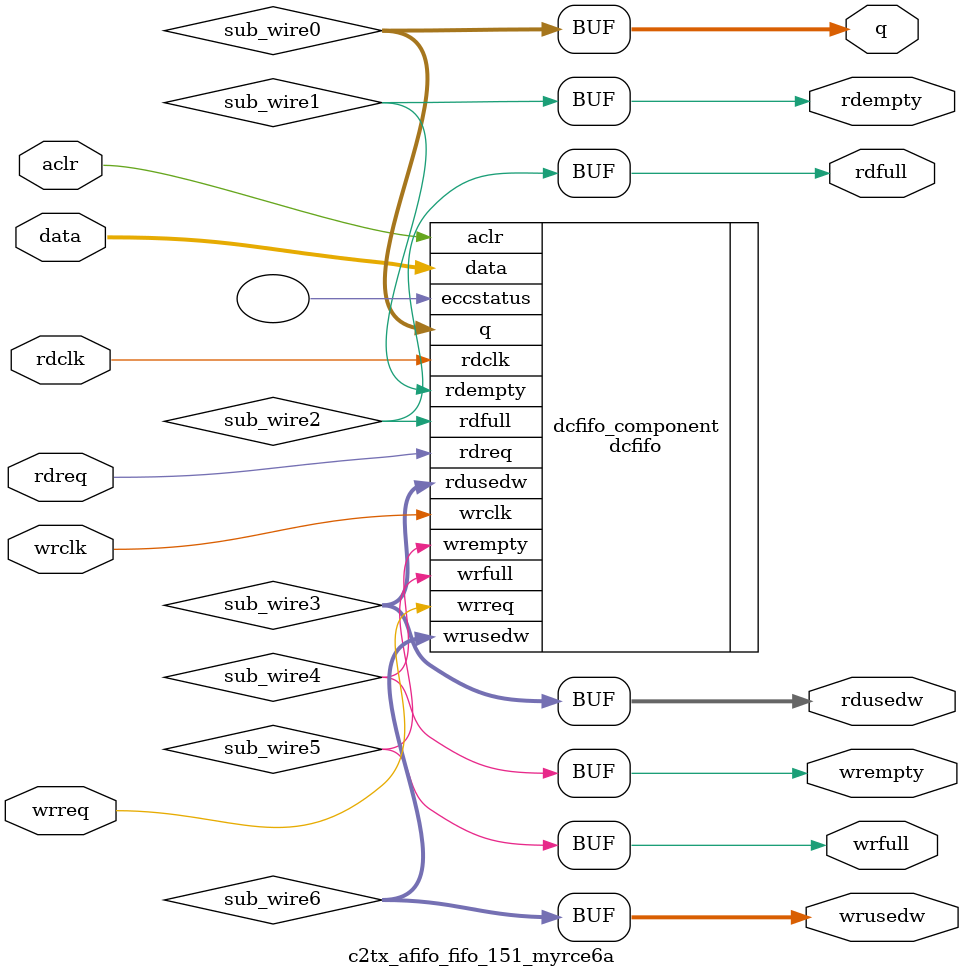
<source format=v>



`timescale 1 ps / 1 ps
// synopsys translate_on
module  c2tx_afifo_fifo_151_myrce6a  (
    aclr,
    data,
    rdclk,
    rdreq,
    wrclk,
    wrreq,
    q,
    rdempty,
    rdfull,
    rdusedw,
    wrempty,
    wrfull,
    wrusedw);

    input    aclr;
    input  [73:0]  data;
    input    rdclk;
    input    rdreq;
    input    wrclk;
    input    wrreq;
    output [73:0]  q;
    output   rdempty;
    output   rdfull;
    output [8:0]  rdusedw;
    output   wrempty;
    output   wrfull;
    output [8:0]  wrusedw;
`ifndef ALTERA_RESERVED_QIS
// synopsys translate_off
`endif
    tri0     aclr;
`ifndef ALTERA_RESERVED_QIS
// synopsys translate_on
`endif

    wire [73:0] sub_wire0;
    wire  sub_wire1;
    wire  sub_wire2;
    wire [8:0] sub_wire3;
    wire  sub_wire4;
    wire  sub_wire5;
    wire [8:0] sub_wire6;
    wire [73:0] q = sub_wire0[73:0];
    wire  rdempty = sub_wire1;
    wire  rdfull = sub_wire2;
    wire [8:0] rdusedw = sub_wire3[8:0];
    wire  wrempty = sub_wire4;
    wire  wrfull = sub_wire5;
    wire [8:0] wrusedw = sub_wire6[8:0];

    dcfifo  dcfifo_component (
                .aclr (aclr),
                .data (data),
                .rdclk (rdclk),
                .rdreq (rdreq),
                .wrclk (wrclk),
                .wrreq (wrreq),
                .q (sub_wire0),
                .rdempty (sub_wire1),
                .rdfull (sub_wire2),
                .rdusedw (sub_wire3),
                .wrempty (sub_wire4),
                .wrfull (sub_wire5),
                .wrusedw (sub_wire6),
                .eccstatus ());
    defparam
        dcfifo_component.add_usedw_msb_bit  = "ON",
        dcfifo_component.enable_ecc  = "FALSE",
        dcfifo_component.intended_device_family  = "Arria 10",
        dcfifo_component.lpm_hint  = "DISABLE_DCFIFO_EMBEDDED_TIMING_CONSTRAINT=TRUE",
        dcfifo_component.lpm_numwords  = 256,
        dcfifo_component.lpm_showahead  = "OFF",
        dcfifo_component.lpm_type  = "dcfifo",
        dcfifo_component.lpm_width  = 74,
        dcfifo_component.lpm_widthu  = 9,
        dcfifo_component.overflow_checking  = "ON",
        dcfifo_component.rdsync_delaypipe  = 5,
        dcfifo_component.read_aclr_synch  = "ON",
        dcfifo_component.underflow_checking  = "ON",
        dcfifo_component.use_eab  = "ON",
        dcfifo_component.write_aclr_synch  = "ON",
        dcfifo_component.wrsync_delaypipe  = 5;


endmodule



</source>
